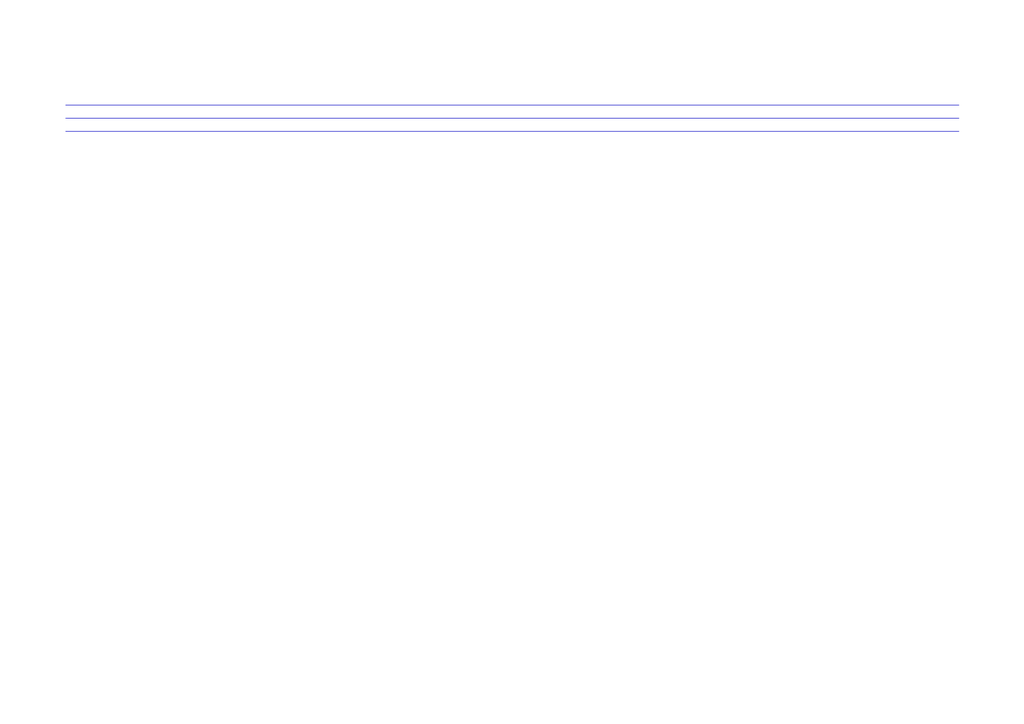
<source format=kicad_sch>
(kicad_sch
	(version 20231120)
	(generator "eeschema")
	(generator_version "8.0")
	(uuid "1c9a6816-38c5-4696-92dc-f811a8c9d110")
	(paper "A4")
	(title_block
		(title "Projekt elektroinštalácie rodinného domu")
		(date "2024-05-09")
		(rev "1")
		(comment 4 "001-24")
		(comment 5 "Konanie stavby: 96901 Banská Štiavnica, Belianska 1770/15")
	)
	(lib_symbols)
	(polyline
		(pts
			(xy 19.05 38.1) (xy 278.13 38.1)
		)
		(stroke
			(width 0)
			(type default)
		)
		(uuid "6e06ad42-016f-4bc2-9c07-6033223116a4")
	)
	(polyline
		(pts
			(xy 19.05 30.48) (xy 278.13 30.48)
		)
		(stroke
			(width 0)
			(type default)
		)
		(uuid "9f338a2e-ccc5-45a9-9fa5-d6e35e1a3b76")
	)
	(polyline
		(pts
			(xy 278.13 34.29) (xy 19.05 34.29)
		)
		(stroke
			(width 0)
			(type default)
		)
		(uuid "eb1cdb13-fa0a-4ecc-a780-a7f079652a1c")
	)
)

</source>
